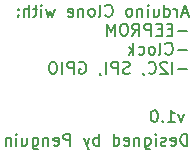
<source format=gbr>
%TF.GenerationSoftware,KiCad,Pcbnew,(6.0.1)*%
%TF.CreationDate,2022-06-05T18:07:15-04:00*%
%TF.ProjectId,PCB Design,50434220-4465-4736-9967-6e2e6b696361,v1*%
%TF.SameCoordinates,Original*%
%TF.FileFunction,Legend,Bot*%
%TF.FilePolarity,Positive*%
%FSLAX46Y46*%
G04 Gerber Fmt 4.6, Leading zero omitted, Abs format (unit mm)*
G04 Created by KiCad (PCBNEW (6.0.1)) date 2022-06-05 18:07:15*
%MOMM*%
%LPD*%
G01*
G04 APERTURE LIST*
%ADD10C,0.150000*%
G04 APERTURE END LIST*
D10*
X110690476Y-122952380D02*
X110690476Y-121952380D01*
X110452380Y-121952380D01*
X110309523Y-122000000D01*
X110214285Y-122095238D01*
X110166666Y-122190476D01*
X110119047Y-122380952D01*
X110119047Y-122523809D01*
X110166666Y-122714285D01*
X110214285Y-122809523D01*
X110309523Y-122904761D01*
X110452380Y-122952380D01*
X110690476Y-122952380D01*
X109309523Y-122904761D02*
X109404761Y-122952380D01*
X109595238Y-122952380D01*
X109690476Y-122904761D01*
X109738095Y-122809523D01*
X109738095Y-122428571D01*
X109690476Y-122333333D01*
X109595238Y-122285714D01*
X109404761Y-122285714D01*
X109309523Y-122333333D01*
X109261904Y-122428571D01*
X109261904Y-122523809D01*
X109738095Y-122619047D01*
X108880952Y-122904761D02*
X108785714Y-122952380D01*
X108595238Y-122952380D01*
X108500000Y-122904761D01*
X108452380Y-122809523D01*
X108452380Y-122761904D01*
X108500000Y-122666666D01*
X108595238Y-122619047D01*
X108738095Y-122619047D01*
X108833333Y-122571428D01*
X108880952Y-122476190D01*
X108880952Y-122428571D01*
X108833333Y-122333333D01*
X108738095Y-122285714D01*
X108595238Y-122285714D01*
X108500000Y-122333333D01*
X108023809Y-122952380D02*
X108023809Y-122285714D01*
X108023809Y-121952380D02*
X108071428Y-122000000D01*
X108023809Y-122047619D01*
X107976190Y-122000000D01*
X108023809Y-121952380D01*
X108023809Y-122047619D01*
X107119047Y-122285714D02*
X107119047Y-123095238D01*
X107166666Y-123190476D01*
X107214285Y-123238095D01*
X107309523Y-123285714D01*
X107452380Y-123285714D01*
X107547619Y-123238095D01*
X107119047Y-122904761D02*
X107214285Y-122952380D01*
X107404761Y-122952380D01*
X107500000Y-122904761D01*
X107547619Y-122857142D01*
X107595238Y-122761904D01*
X107595238Y-122476190D01*
X107547619Y-122380952D01*
X107500000Y-122333333D01*
X107404761Y-122285714D01*
X107214285Y-122285714D01*
X107119047Y-122333333D01*
X106642857Y-122285714D02*
X106642857Y-122952380D01*
X106642857Y-122380952D02*
X106595238Y-122333333D01*
X106500000Y-122285714D01*
X106357142Y-122285714D01*
X106261904Y-122333333D01*
X106214285Y-122428571D01*
X106214285Y-122952380D01*
X105357142Y-122904761D02*
X105452380Y-122952380D01*
X105642857Y-122952380D01*
X105738095Y-122904761D01*
X105785714Y-122809523D01*
X105785714Y-122428571D01*
X105738095Y-122333333D01*
X105642857Y-122285714D01*
X105452380Y-122285714D01*
X105357142Y-122333333D01*
X105309523Y-122428571D01*
X105309523Y-122523809D01*
X105785714Y-122619047D01*
X104452380Y-122952380D02*
X104452380Y-121952380D01*
X104452380Y-122904761D02*
X104547619Y-122952380D01*
X104738095Y-122952380D01*
X104833333Y-122904761D01*
X104880952Y-122857142D01*
X104928571Y-122761904D01*
X104928571Y-122476190D01*
X104880952Y-122380952D01*
X104833333Y-122333333D01*
X104738095Y-122285714D01*
X104547619Y-122285714D01*
X104452380Y-122333333D01*
X103214285Y-122952380D02*
X103214285Y-121952380D01*
X103214285Y-122333333D02*
X103119047Y-122285714D01*
X102928571Y-122285714D01*
X102833333Y-122333333D01*
X102785714Y-122380952D01*
X102738095Y-122476190D01*
X102738095Y-122761904D01*
X102785714Y-122857142D01*
X102833333Y-122904761D01*
X102928571Y-122952380D01*
X103119047Y-122952380D01*
X103214285Y-122904761D01*
X102404761Y-122285714D02*
X102166666Y-122952380D01*
X101928571Y-122285714D02*
X102166666Y-122952380D01*
X102261904Y-123190476D01*
X102309523Y-123238095D01*
X102404761Y-123285714D01*
X100785714Y-122952380D02*
X100785714Y-121952380D01*
X100404761Y-121952380D01*
X100309523Y-122000000D01*
X100261904Y-122047619D01*
X100214285Y-122142857D01*
X100214285Y-122285714D01*
X100261904Y-122380952D01*
X100309523Y-122428571D01*
X100404761Y-122476190D01*
X100785714Y-122476190D01*
X99404761Y-122904761D02*
X99500000Y-122952380D01*
X99690476Y-122952380D01*
X99785714Y-122904761D01*
X99833333Y-122809523D01*
X99833333Y-122428571D01*
X99785714Y-122333333D01*
X99690476Y-122285714D01*
X99500000Y-122285714D01*
X99404761Y-122333333D01*
X99357142Y-122428571D01*
X99357142Y-122523809D01*
X99833333Y-122619047D01*
X98928571Y-122285714D02*
X98928571Y-122952380D01*
X98928571Y-122380952D02*
X98880952Y-122333333D01*
X98785714Y-122285714D01*
X98642857Y-122285714D01*
X98547619Y-122333333D01*
X98500000Y-122428571D01*
X98500000Y-122952380D01*
X97595238Y-122285714D02*
X97595238Y-123095238D01*
X97642857Y-123190476D01*
X97690476Y-123238095D01*
X97785714Y-123285714D01*
X97928571Y-123285714D01*
X98023809Y-123238095D01*
X97595238Y-122904761D02*
X97690476Y-122952380D01*
X97880952Y-122952380D01*
X97976190Y-122904761D01*
X98023809Y-122857142D01*
X98071428Y-122761904D01*
X98071428Y-122476190D01*
X98023809Y-122380952D01*
X97976190Y-122333333D01*
X97880952Y-122285714D01*
X97690476Y-122285714D01*
X97595238Y-122333333D01*
X96690476Y-122285714D02*
X96690476Y-122952380D01*
X97119047Y-122285714D02*
X97119047Y-122809523D01*
X97071428Y-122904761D01*
X96976190Y-122952380D01*
X96833333Y-122952380D01*
X96738095Y-122904761D01*
X96690476Y-122857142D01*
X96214285Y-122952380D02*
X96214285Y-122285714D01*
X96214285Y-121952380D02*
X96261904Y-122000000D01*
X96214285Y-122047619D01*
X96166666Y-122000000D01*
X96214285Y-121952380D01*
X96214285Y-122047619D01*
X95738095Y-122285714D02*
X95738095Y-122952380D01*
X95738095Y-122380952D02*
X95690476Y-122333333D01*
X95595238Y-122285714D01*
X95452380Y-122285714D01*
X95357142Y-122333333D01*
X95309523Y-122428571D01*
X95309523Y-122952380D01*
X110428571Y-120285714D02*
X110190476Y-120952380D01*
X109952380Y-120285714D01*
X109047619Y-120952380D02*
X109619047Y-120952380D01*
X109333333Y-120952380D02*
X109333333Y-119952380D01*
X109428571Y-120095238D01*
X109523809Y-120190476D01*
X109619047Y-120238095D01*
X108619047Y-120857142D02*
X108571428Y-120904761D01*
X108619047Y-120952380D01*
X108666666Y-120904761D01*
X108619047Y-120857142D01*
X108619047Y-120952380D01*
X107952380Y-119952380D02*
X107857142Y-119952380D01*
X107761904Y-120000000D01*
X107714285Y-120047619D01*
X107666666Y-120142857D01*
X107619047Y-120333333D01*
X107619047Y-120571428D01*
X107666666Y-120761904D01*
X107714285Y-120857142D01*
X107761904Y-120904761D01*
X107857142Y-120952380D01*
X107952380Y-120952380D01*
X108047619Y-120904761D01*
X108095238Y-120857142D01*
X108142857Y-120761904D01*
X108190476Y-120571428D01*
X108190476Y-120333333D01*
X108142857Y-120142857D01*
X108095238Y-120047619D01*
X108047619Y-120000000D01*
X107952380Y-119952380D01*
X110712023Y-111751666D02*
X110235833Y-111751666D01*
X110807261Y-112037380D02*
X110473928Y-111037380D01*
X110140595Y-112037380D01*
X109807261Y-112037380D02*
X109807261Y-111370714D01*
X109807261Y-111561190D02*
X109759642Y-111465952D01*
X109712023Y-111418333D01*
X109616785Y-111370714D01*
X109521547Y-111370714D01*
X108759642Y-112037380D02*
X108759642Y-111037380D01*
X108759642Y-111989761D02*
X108854880Y-112037380D01*
X109045357Y-112037380D01*
X109140595Y-111989761D01*
X109188214Y-111942142D01*
X109235833Y-111846904D01*
X109235833Y-111561190D01*
X109188214Y-111465952D01*
X109140595Y-111418333D01*
X109045357Y-111370714D01*
X108854880Y-111370714D01*
X108759642Y-111418333D01*
X107854880Y-111370714D02*
X107854880Y-112037380D01*
X108283452Y-111370714D02*
X108283452Y-111894523D01*
X108235833Y-111989761D01*
X108140595Y-112037380D01*
X107997738Y-112037380D01*
X107902500Y-111989761D01*
X107854880Y-111942142D01*
X107378690Y-112037380D02*
X107378690Y-111370714D01*
X107378690Y-111037380D02*
X107426309Y-111085000D01*
X107378690Y-111132619D01*
X107331071Y-111085000D01*
X107378690Y-111037380D01*
X107378690Y-111132619D01*
X106902500Y-111370714D02*
X106902500Y-112037380D01*
X106902500Y-111465952D02*
X106854880Y-111418333D01*
X106759642Y-111370714D01*
X106616785Y-111370714D01*
X106521547Y-111418333D01*
X106473928Y-111513571D01*
X106473928Y-112037380D01*
X105854880Y-112037380D02*
X105950119Y-111989761D01*
X105997738Y-111942142D01*
X106045357Y-111846904D01*
X106045357Y-111561190D01*
X105997738Y-111465952D01*
X105950119Y-111418333D01*
X105854880Y-111370714D01*
X105712023Y-111370714D01*
X105616785Y-111418333D01*
X105569166Y-111465952D01*
X105521547Y-111561190D01*
X105521547Y-111846904D01*
X105569166Y-111942142D01*
X105616785Y-111989761D01*
X105712023Y-112037380D01*
X105854880Y-112037380D01*
X103759642Y-111942142D02*
X103807261Y-111989761D01*
X103950119Y-112037380D01*
X104045357Y-112037380D01*
X104188214Y-111989761D01*
X104283452Y-111894523D01*
X104331071Y-111799285D01*
X104378690Y-111608809D01*
X104378690Y-111465952D01*
X104331071Y-111275476D01*
X104283452Y-111180238D01*
X104188214Y-111085000D01*
X104045357Y-111037380D01*
X103950119Y-111037380D01*
X103807261Y-111085000D01*
X103759642Y-111132619D01*
X103188214Y-112037380D02*
X103283452Y-111989761D01*
X103331071Y-111894523D01*
X103331071Y-111037380D01*
X102664404Y-112037380D02*
X102759642Y-111989761D01*
X102807261Y-111942142D01*
X102854880Y-111846904D01*
X102854880Y-111561190D01*
X102807261Y-111465952D01*
X102759642Y-111418333D01*
X102664404Y-111370714D01*
X102521547Y-111370714D01*
X102426309Y-111418333D01*
X102378690Y-111465952D01*
X102331071Y-111561190D01*
X102331071Y-111846904D01*
X102378690Y-111942142D01*
X102426309Y-111989761D01*
X102521547Y-112037380D01*
X102664404Y-112037380D01*
X101902500Y-111370714D02*
X101902500Y-112037380D01*
X101902500Y-111465952D02*
X101854880Y-111418333D01*
X101759642Y-111370714D01*
X101616785Y-111370714D01*
X101521547Y-111418333D01*
X101473928Y-111513571D01*
X101473928Y-112037380D01*
X100616785Y-111989761D02*
X100712023Y-112037380D01*
X100902500Y-112037380D01*
X100997738Y-111989761D01*
X101045357Y-111894523D01*
X101045357Y-111513571D01*
X100997738Y-111418333D01*
X100902500Y-111370714D01*
X100712023Y-111370714D01*
X100616785Y-111418333D01*
X100569166Y-111513571D01*
X100569166Y-111608809D01*
X101045357Y-111704047D01*
X99473928Y-111370714D02*
X99283452Y-112037380D01*
X99092976Y-111561190D01*
X98902500Y-112037380D01*
X98712023Y-111370714D01*
X98331071Y-112037380D02*
X98331071Y-111370714D01*
X98331071Y-111037380D02*
X98378690Y-111085000D01*
X98331071Y-111132619D01*
X98283452Y-111085000D01*
X98331071Y-111037380D01*
X98331071Y-111132619D01*
X97997738Y-111370714D02*
X97616785Y-111370714D01*
X97854880Y-111037380D02*
X97854880Y-111894523D01*
X97807261Y-111989761D01*
X97712023Y-112037380D01*
X97616785Y-112037380D01*
X97283452Y-112037380D02*
X97283452Y-111037380D01*
X96854880Y-112037380D02*
X96854880Y-111513571D01*
X96902500Y-111418333D01*
X96997738Y-111370714D01*
X97140595Y-111370714D01*
X97235833Y-111418333D01*
X97283452Y-111465952D01*
X96378690Y-111942142D02*
X96331071Y-111989761D01*
X96378690Y-112037380D01*
X96426309Y-111989761D01*
X96378690Y-111942142D01*
X96378690Y-112037380D01*
X96378690Y-111418333D02*
X96331071Y-111465952D01*
X96378690Y-111513571D01*
X96426309Y-111465952D01*
X96378690Y-111418333D01*
X96378690Y-111513571D01*
X110664404Y-113266428D02*
X109902500Y-113266428D01*
X109426309Y-113123571D02*
X109092976Y-113123571D01*
X108950119Y-113647380D02*
X109426309Y-113647380D01*
X109426309Y-112647380D01*
X108950119Y-112647380D01*
X108521547Y-113123571D02*
X108188214Y-113123571D01*
X108045357Y-113647380D02*
X108521547Y-113647380D01*
X108521547Y-112647380D01*
X108045357Y-112647380D01*
X107616785Y-113647380D02*
X107616785Y-112647380D01*
X107235833Y-112647380D01*
X107140595Y-112695000D01*
X107092976Y-112742619D01*
X107045357Y-112837857D01*
X107045357Y-112980714D01*
X107092976Y-113075952D01*
X107140595Y-113123571D01*
X107235833Y-113171190D01*
X107616785Y-113171190D01*
X106045357Y-113647380D02*
X106378690Y-113171190D01*
X106616785Y-113647380D02*
X106616785Y-112647380D01*
X106235833Y-112647380D01*
X106140595Y-112695000D01*
X106092976Y-112742619D01*
X106045357Y-112837857D01*
X106045357Y-112980714D01*
X106092976Y-113075952D01*
X106140595Y-113123571D01*
X106235833Y-113171190D01*
X106616785Y-113171190D01*
X105426309Y-112647380D02*
X105235833Y-112647380D01*
X105140595Y-112695000D01*
X105045357Y-112790238D01*
X104997738Y-112980714D01*
X104997738Y-113314047D01*
X105045357Y-113504523D01*
X105140595Y-113599761D01*
X105235833Y-113647380D01*
X105426309Y-113647380D01*
X105521547Y-113599761D01*
X105616785Y-113504523D01*
X105664404Y-113314047D01*
X105664404Y-112980714D01*
X105616785Y-112790238D01*
X105521547Y-112695000D01*
X105426309Y-112647380D01*
X104569166Y-113647380D02*
X104569166Y-112647380D01*
X104235833Y-113361666D01*
X103902500Y-112647380D01*
X103902500Y-113647380D01*
X110664404Y-114876428D02*
X109902500Y-114876428D01*
X108854880Y-115162142D02*
X108902500Y-115209761D01*
X109045357Y-115257380D01*
X109140595Y-115257380D01*
X109283452Y-115209761D01*
X109378690Y-115114523D01*
X109426309Y-115019285D01*
X109473928Y-114828809D01*
X109473928Y-114685952D01*
X109426309Y-114495476D01*
X109378690Y-114400238D01*
X109283452Y-114305000D01*
X109140595Y-114257380D01*
X109045357Y-114257380D01*
X108902500Y-114305000D01*
X108854880Y-114352619D01*
X108283452Y-115257380D02*
X108378690Y-115209761D01*
X108426309Y-115114523D01*
X108426309Y-114257380D01*
X107759642Y-115257380D02*
X107854880Y-115209761D01*
X107902500Y-115162142D01*
X107950119Y-115066904D01*
X107950119Y-114781190D01*
X107902500Y-114685952D01*
X107854880Y-114638333D01*
X107759642Y-114590714D01*
X107616785Y-114590714D01*
X107521547Y-114638333D01*
X107473928Y-114685952D01*
X107426309Y-114781190D01*
X107426309Y-115066904D01*
X107473928Y-115162142D01*
X107521547Y-115209761D01*
X107616785Y-115257380D01*
X107759642Y-115257380D01*
X106569166Y-115209761D02*
X106664404Y-115257380D01*
X106854880Y-115257380D01*
X106950119Y-115209761D01*
X106997738Y-115162142D01*
X107045357Y-115066904D01*
X107045357Y-114781190D01*
X106997738Y-114685952D01*
X106950119Y-114638333D01*
X106854880Y-114590714D01*
X106664404Y-114590714D01*
X106569166Y-114638333D01*
X106140595Y-115257380D02*
X106140595Y-114257380D01*
X106045357Y-114876428D02*
X105759642Y-115257380D01*
X105759642Y-114590714D02*
X106140595Y-114971666D01*
X110664404Y-116486428D02*
X109902500Y-116486428D01*
X109426309Y-116867380D02*
X109426309Y-115867380D01*
X108997738Y-115962619D02*
X108950119Y-115915000D01*
X108854880Y-115867380D01*
X108616785Y-115867380D01*
X108521547Y-115915000D01*
X108473928Y-115962619D01*
X108426309Y-116057857D01*
X108426309Y-116153095D01*
X108473928Y-116295952D01*
X109045357Y-116867380D01*
X108426309Y-116867380D01*
X107426309Y-116772142D02*
X107473928Y-116819761D01*
X107616785Y-116867380D01*
X107712023Y-116867380D01*
X107854880Y-116819761D01*
X107950119Y-116724523D01*
X107997738Y-116629285D01*
X108045357Y-116438809D01*
X108045357Y-116295952D01*
X107997738Y-116105476D01*
X107950119Y-116010238D01*
X107854880Y-115915000D01*
X107712023Y-115867380D01*
X107616785Y-115867380D01*
X107473928Y-115915000D01*
X107426309Y-115962619D01*
X106950119Y-116819761D02*
X106950119Y-116867380D01*
X106997738Y-116962619D01*
X107045357Y-117010238D01*
X105807261Y-116819761D02*
X105664404Y-116867380D01*
X105426309Y-116867380D01*
X105331071Y-116819761D01*
X105283452Y-116772142D01*
X105235833Y-116676904D01*
X105235833Y-116581666D01*
X105283452Y-116486428D01*
X105331071Y-116438809D01*
X105426309Y-116391190D01*
X105616785Y-116343571D01*
X105712023Y-116295952D01*
X105759642Y-116248333D01*
X105807261Y-116153095D01*
X105807261Y-116057857D01*
X105759642Y-115962619D01*
X105712023Y-115915000D01*
X105616785Y-115867380D01*
X105378690Y-115867380D01*
X105235833Y-115915000D01*
X104807261Y-116867380D02*
X104807261Y-115867380D01*
X104426309Y-115867380D01*
X104331071Y-115915000D01*
X104283452Y-115962619D01*
X104235833Y-116057857D01*
X104235833Y-116200714D01*
X104283452Y-116295952D01*
X104331071Y-116343571D01*
X104426309Y-116391190D01*
X104807261Y-116391190D01*
X103807261Y-116867380D02*
X103807261Y-115867380D01*
X103283452Y-116819761D02*
X103283452Y-116867380D01*
X103331071Y-116962619D01*
X103378690Y-117010238D01*
X101569166Y-115915000D02*
X101664404Y-115867380D01*
X101807261Y-115867380D01*
X101950119Y-115915000D01*
X102045357Y-116010238D01*
X102092976Y-116105476D01*
X102140595Y-116295952D01*
X102140595Y-116438809D01*
X102092976Y-116629285D01*
X102045357Y-116724523D01*
X101950119Y-116819761D01*
X101807261Y-116867380D01*
X101712023Y-116867380D01*
X101569166Y-116819761D01*
X101521547Y-116772142D01*
X101521547Y-116438809D01*
X101712023Y-116438809D01*
X101092976Y-116867380D02*
X101092976Y-115867380D01*
X100712023Y-115867380D01*
X100616785Y-115915000D01*
X100569166Y-115962619D01*
X100521547Y-116057857D01*
X100521547Y-116200714D01*
X100569166Y-116295952D01*
X100616785Y-116343571D01*
X100712023Y-116391190D01*
X101092976Y-116391190D01*
X100092976Y-116867380D02*
X100092976Y-115867380D01*
X99426309Y-115867380D02*
X99235833Y-115867380D01*
X99140595Y-115915000D01*
X99045357Y-116010238D01*
X98997738Y-116200714D01*
X98997738Y-116534047D01*
X99045357Y-116724523D01*
X99140595Y-116819761D01*
X99235833Y-116867380D01*
X99426309Y-116867380D01*
X99521547Y-116819761D01*
X99616785Y-116724523D01*
X99664404Y-116534047D01*
X99664404Y-116200714D01*
X99616785Y-116010238D01*
X99521547Y-115915000D01*
X99426309Y-115867380D01*
M02*

</source>
